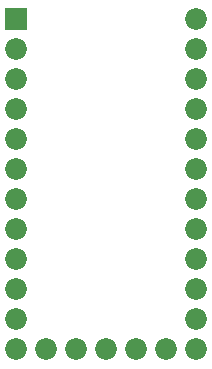
<source format=gbs>
G04 #@! TF.FileFunction,Soldermask,Bot*
%FSLAX46Y46*%
G04 Gerber Fmt 4.6, Leading zero omitted, Abs format (unit mm)*
G04 Created by KiCad (PCBNEW 4.0.7) date 11/16/17 22:13:53*
%MOMM*%
%LPD*%
G01*
G04 APERTURE LIST*
%ADD10C,0.100000*%
%ADD11C,1.840000*%
%ADD12O,1.840000X1.840000*%
%ADD13R,1.840000X1.840000*%
G04 APERTURE END LIST*
D10*
D11*
X96520000Y-119380000D03*
D12*
X96520000Y-121920000D03*
X96520000Y-124460000D03*
X96520000Y-127000000D03*
X96520000Y-129540000D03*
X96520000Y-132080000D03*
X96520000Y-134620000D03*
X96520000Y-137160000D03*
X96520000Y-139700000D03*
X96520000Y-142240000D03*
X96520000Y-144780000D03*
X96520000Y-147320000D03*
D11*
X83820000Y-147320000D03*
D12*
X86360000Y-147320000D03*
X88900000Y-147320000D03*
X91440000Y-147320000D03*
X93980000Y-147320000D03*
D13*
X81280000Y-119380000D03*
D12*
X81280000Y-121920000D03*
X81280000Y-124460000D03*
X81280000Y-127000000D03*
X81280000Y-129540000D03*
X81280000Y-132080000D03*
X81280000Y-134620000D03*
X81280000Y-137160000D03*
X81280000Y-139700000D03*
X81280000Y-142240000D03*
X81280000Y-144780000D03*
X81280000Y-147320000D03*
M02*

</source>
